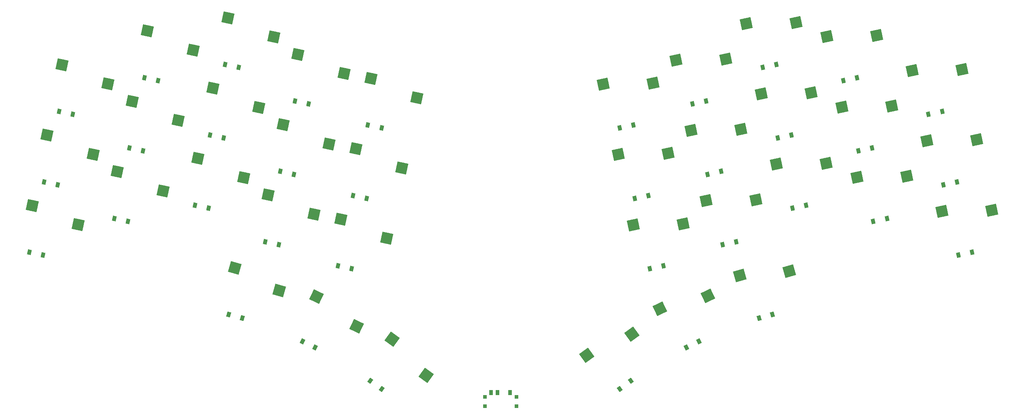
<source format=gbr>
%TF.GenerationSoftware,KiCad,Pcbnew,8.0.1*%
%TF.CreationDate,2025-12-13T21:48:51+01:00*%
%TF.ProjectId,fat_cruiser,6661745f-6372-4756-9973-65722e6b6963,v2.0.0*%
%TF.SameCoordinates,Original*%
%TF.FileFunction,Paste,Bot*%
%TF.FilePolarity,Positive*%
%FSLAX46Y46*%
G04 Gerber Fmt 4.6, Leading zero omitted, Abs format (unit mm)*
G04 Created by KiCad (PCBNEW 8.0.1) date 2025-12-13 21:48:51*
%MOMM*%
%LPD*%
G01*
G04 APERTURE LIST*
G04 Aperture macros list*
%AMRotRect*
0 Rectangle, with rotation*
0 The origin of the aperture is its center*
0 $1 length*
0 $2 width*
0 $3 Rotation angle, in degrees counterclockwise*
0 Add horizontal line*
21,1,$1,$2,0,0,$3*%
G04 Aperture macros list end*
%ADD10R,0.900000X1.250000*%
%ADD11R,0.900000X0.900000*%
%ADD12RotRect,2.600000X2.600000X348.000000*%
%ADD13RotRect,2.600000X2.600000X344.000000*%
%ADD14RotRect,2.600000X2.600000X334.000000*%
%ADD15RotRect,2.600000X2.600000X324.000000*%
%ADD16RotRect,2.600000X2.600000X12.000000*%
%ADD17RotRect,2.600000X2.600000X16.000000*%
%ADD18RotRect,2.600000X2.600000X26.000000*%
%ADD19RotRect,2.600000X2.600000X36.000000*%
%ADD20RotRect,0.900000X1.200000X348.000000*%
%ADD21RotRect,0.900000X1.200000X344.000000*%
%ADD22RotRect,0.900000X1.200000X334.000000*%
%ADD23RotRect,0.900000X1.200000X324.000000*%
%ADD24RotRect,0.900000X1.200000X12.000000*%
%ADD25RotRect,0.900000X1.200000X16.000000*%
%ADD26RotRect,0.900000X1.200000X26.000000*%
%ADD27RotRect,0.900000X1.200000X36.000000*%
G04 APERTURE END LIST*
D10*
%TO.C,T5*%
X157002326Y-140882443D03*
X154002328Y-140882443D03*
X152502326Y-140882443D03*
D11*
X151052326Y-144057443D03*
X151052326Y-141857443D03*
X158452326Y-141857443D03*
X158452326Y-144057443D03*
%TD*%
D12*
%TO.C,S1*%
X44086237Y-96612066D03*
X54926436Y-101165371D03*
%TD*%
%TO.C,S2*%
X47620731Y-79983560D03*
X58460930Y-84536865D03*
%TD*%
%TO.C,S3*%
X51155233Y-63355051D03*
X61995432Y-67908356D03*
%TD*%
%TO.C,S4*%
X64187832Y-88616708D03*
X75028031Y-93170013D03*
%TD*%
%TO.C,S5*%
X67722330Y-71988198D03*
X78562529Y-76541503D03*
%TD*%
%TO.C,S6*%
X71256828Y-55359688D03*
X82097027Y-59912993D03*
%TD*%
%TO.C,S7*%
X83249869Y-85512084D03*
X94090068Y-90065389D03*
%TD*%
%TO.C,S8*%
X86784370Y-68883576D03*
X97624569Y-73436881D03*
%TD*%
%TO.C,S9*%
X90318869Y-52255067D03*
X101159068Y-56808372D03*
%TD*%
%TO.C,S10*%
X99816967Y-94145233D03*
X110657166Y-98698538D03*
%TD*%
%TO.C,S11*%
X103351463Y-77516725D03*
X114191662Y-82070030D03*
%TD*%
%TO.C,S12*%
X106885967Y-60888215D03*
X117726166Y-65441520D03*
%TD*%
%TO.C,S13*%
X117007803Y-99843939D03*
X127848002Y-104397244D03*
%TD*%
%TO.C,S14*%
X120542302Y-83215430D03*
X131382501Y-87768735D03*
%TD*%
%TO.C,S15*%
X124076799Y-66586920D03*
X134916998Y-71140225D03*
%TD*%
D13*
%TO.C,S16*%
X91985626Y-111379660D03*
X102481797Y-116678047D03*
%TD*%
D14*
%TO.C,S17*%
X111282213Y-118175442D03*
X120698868Y-125215976D03*
%TD*%
D15*
%TO.C,S18*%
X129105564Y-128218794D03*
X137156583Y-136787551D03*
%TD*%
D16*
%TO.C,S19*%
X259011550Y-97973890D03*
X270766561Y-97724434D03*
%TD*%
%TO.C,S20*%
X255477048Y-81345381D03*
X267232059Y-81095925D03*
%TD*%
%TO.C,S21*%
X251942550Y-64716872D03*
X263697561Y-64467416D03*
%TD*%
%TO.C,S22*%
X238909949Y-89978530D03*
X250664960Y-89729074D03*
%TD*%
%TO.C,S23*%
X235375453Y-73350019D03*
X247130464Y-73100563D03*
%TD*%
%TO.C,S24*%
X231840955Y-56721511D03*
X243595966Y-56472055D03*
%TD*%
%TO.C,S25*%
X219847913Y-86873906D03*
X231602924Y-86624450D03*
%TD*%
%TO.C,S26*%
X216313413Y-70245398D03*
X228068424Y-69995942D03*
%TD*%
%TO.C,S27*%
X212778915Y-53616888D03*
X224533926Y-53367432D03*
%TD*%
%TO.C,S28*%
X203280815Y-95507056D03*
X215035826Y-95257600D03*
%TD*%
%TO.C,S29*%
X199746314Y-78878546D03*
X211501325Y-78629090D03*
%TD*%
%TO.C,S30*%
X196211817Y-62250036D03*
X207966828Y-62000580D03*
%TD*%
%TO.C,S31*%
X186089980Y-101205763D03*
X197844991Y-100956307D03*
%TD*%
%TO.C,S32*%
X182555482Y-84577250D03*
X194310493Y-84327794D03*
%TD*%
%TO.C,S33*%
X179020986Y-67948743D03*
X190775997Y-67699287D03*
%TD*%
D17*
%TO.C,S34*%
X211222760Y-113185084D03*
X222931734Y-112116249D03*
%TD*%
D18*
%TO.C,S35*%
X192335337Y-121046771D03*
X203680825Y-117960931D03*
%TD*%
D19*
%TO.C,S36*%
X175100023Y-132068791D03*
X185737298Y-127059710D03*
%TD*%
D20*
%TO.C,D1*%
X46626977Y-108346749D03*
X43399089Y-107660641D03*
%TD*%
%TO.C,D2*%
X50161476Y-91718243D03*
X46933588Y-91032135D03*
%TD*%
%TO.C,D3*%
X53695974Y-75089731D03*
X50468086Y-74403623D03*
%TD*%
%TO.C,D4*%
X66728576Y-100351391D03*
X63500688Y-99665283D03*
%TD*%
%TO.C,D5*%
X70263074Y-83722877D03*
X67035186Y-83036769D03*
%TD*%
%TO.C,D6*%
X73797575Y-67094369D03*
X70569687Y-66408261D03*
%TD*%
%TO.C,D7*%
X85790616Y-97246766D03*
X82562728Y-96560658D03*
%TD*%
%TO.C,D8*%
X89325111Y-80618257D03*
X86097223Y-79932149D03*
%TD*%
%TO.C,D9*%
X92859611Y-63989745D03*
X89631723Y-63303637D03*
%TD*%
%TO.C,D10*%
X102357711Y-105879915D03*
X99129823Y-105193807D03*
%TD*%
%TO.C,D11*%
X105892213Y-89251404D03*
X102664325Y-88565296D03*
%TD*%
%TO.C,D12*%
X109426709Y-72622899D03*
X106198821Y-71936791D03*
%TD*%
%TO.C,D13*%
X119548547Y-111578618D03*
X116320659Y-110892510D03*
%TD*%
%TO.C,D14*%
X123083043Y-94950109D03*
X119855155Y-94264001D03*
%TD*%
%TO.C,D15*%
X126617541Y-78321601D03*
X123389653Y-77635493D03*
%TD*%
D21*
%TO.C,D16*%
X93701609Y-123262988D03*
X90529445Y-122353388D03*
%TD*%
D22*
%TO.C,D17*%
X110908607Y-130176215D03*
X107942587Y-128729591D03*
%TD*%
D23*
%TO.C,D18*%
X126653724Y-139972374D03*
X123983968Y-138032682D03*
%TD*%
D24*
%TO.C,D19*%
X266105559Y-107660640D03*
X262877671Y-108346748D03*
%TD*%
%TO.C,D20*%
X262571058Y-91032130D03*
X259343170Y-91718238D03*
%TD*%
%TO.C,D21*%
X259036561Y-74403621D03*
X255808673Y-75089729D03*
%TD*%
%TO.C,D22*%
X246003959Y-99665282D03*
X242776071Y-100351390D03*
%TD*%
%TO.C,D23*%
X242469461Y-83036771D03*
X239241573Y-83722879D03*
%TD*%
%TO.C,D24*%
X238934965Y-66408260D03*
X235707077Y-67094368D03*
%TD*%
%TO.C,D25*%
X226941923Y-96560658D03*
X223714035Y-97246766D03*
%TD*%
%TO.C,D26*%
X223407426Y-79932148D03*
X220179538Y-80618256D03*
%TD*%
%TO.C,D27*%
X219872926Y-63303638D03*
X216645038Y-63989746D03*
%TD*%
%TO.C,D28*%
X210374824Y-105193805D03*
X207146936Y-105879913D03*
%TD*%
%TO.C,D29*%
X206840323Y-88565298D03*
X203612435Y-89251406D03*
%TD*%
%TO.C,D30*%
X203305826Y-71936789D03*
X200077938Y-72622897D03*
%TD*%
%TO.C,D31*%
X193183992Y-110892512D03*
X189956104Y-111578620D03*
%TD*%
%TO.C,D32*%
X189649494Y-94264005D03*
X186421606Y-94950113D03*
%TD*%
%TO.C,D33*%
X186114992Y-77635493D03*
X182887104Y-78321601D03*
%TD*%
D25*
%TO.C,D34*%
X218975205Y-122353386D03*
X215803041Y-123262990D03*
%TD*%
D26*
%TO.C,D35*%
X201562062Y-128729590D03*
X198596042Y-130176214D03*
%TD*%
D27*
%TO.C,D36*%
X185520683Y-138032684D03*
X182850927Y-139972376D03*
%TD*%
M02*

</source>
